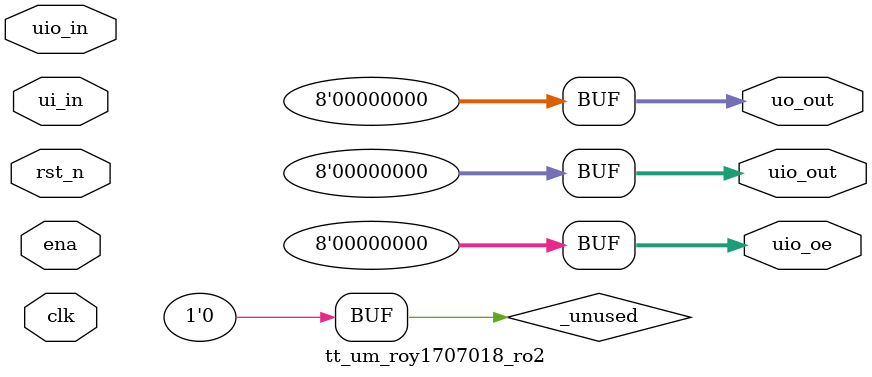
<source format=v>
/*
 * Copyright (c) 2024 Your Name
 * SPDX-License-Identifier: Apache-2.0
 */

`default_nettype none

module tt_um_roy1707018_ro2 (

	      // Include power ports for the Gate Level test:
`ifdef GL_TEST
      .VPWR(vpwr),
      .VGND(vgnd),
`endif
    input  wire [7:0] ui_in,    // Dedicated inputs (we'll use ui_in[1:0] for mux control)
    output wire [7:0] uo_out,   // Dedicated outputs (8-bit output of time count)
    input  wire [7:0] uio_in,   // IOs: Input path
    output wire [7:0] uio_out,  // IOs: Output path
    output wire [7:0] uio_oe,   // IOs: Enable path (active high: 0=input, 1=output)
    input  wire       ena,      // Don't use (used for power gating)
    input  wire       clk,      // System clock
    input  wire       rst_n     // Active-low reset
);


     // Signals to activate the ring oscillators and store their outputs
    wire [15:0] ro1_out;   // Output from the first 32 ROs
    wire [15:0] ro2_out;   // Output from the second 32 ROs

    // Instantiate the ro_only module
    ring_osc_buffer u_ro_only (
        .rst_n(rst_n),
        .clk(clk),
        .ro_activate_1(ui_in[0]),  // Use ui_in[0] to activate RO1 set
        .ro_activate_2(ui_in[1]),  // Use ui_in[1] to activate RO2 set
        .ro1_out(ro1_out),
        .ro2_out(ro2_out)
    );

    // Output the selected 8 bits to uo_out
   // assign uo_out = selected_count;
    assign uo_out[7:0] = 8'b0;
    assign uio_out = 0;
    assign uio_oe = 0;


  // List all unused inputs to prevent warnings
  wire _unused = &{ena, uio_in, 1'b0};







endmodule

</source>
